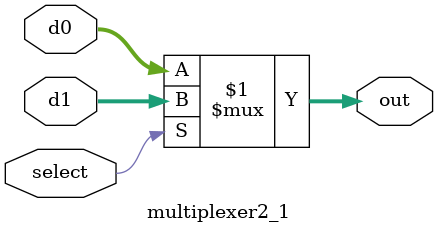
<source format=v>
module multiplexer2_1#(parameter width = 32) (
    input [width-1:0] d0, d1,
    input select,
    output wire [width-1:0] out
);

    assign out = select? d1 : d0;

endmodule


</source>
